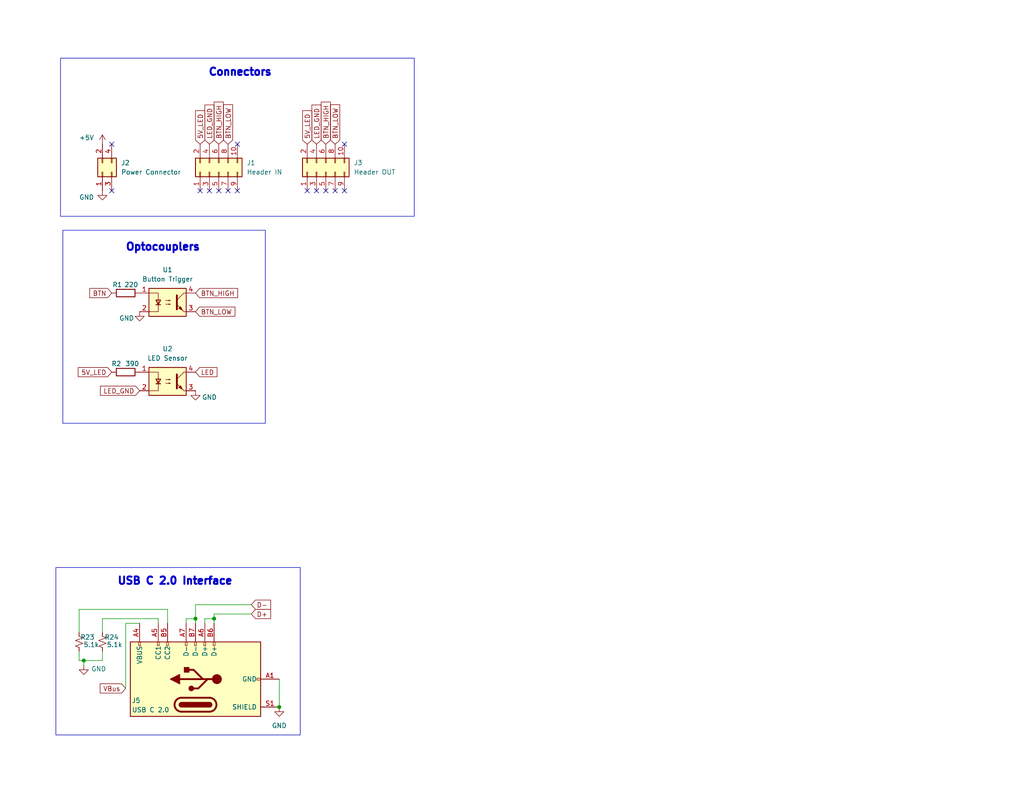
<source format=kicad_sch>
(kicad_sch (version 20250114) (generator "eeschema") (generator_version "9.0")
  (paper "A")
  (title_block (title "ESP8266 PC Remote Boot Board") (date "2025-12-15") (company "Jacob Wigent"))
  (lib_symbols
    (symbol "Connector:USB_C_Receptacle_USB2.0_14P" (pin_names (offset 1.016))
      (property "Reference" "J" (at 0 22.225 0))
      (property "Value" "USB_C_Receptacle_USB2.0_14P" (at 0 19.685 0))
      (symbol "USB_C_Receptacle_USB2.0_14P_0_0"
        (rectangle (start -0.254 -17.78) (end 0.254 -16.764))
        (rectangle (start 10.16 15.494) (end 9.144 14.986))
        (rectangle (start 10.16 10.414) (end 9.144 9.906))
        (rectangle (start 10.16 7.874) (end 9.144 7.366))
        (rectangle (start 10.16 2.794) (end 9.144 2.286))
        (rectangle (start 10.16 0.254) (end 9.144 -0.254))
        (rectangle (start 10.16 -2.286) (end 9.144 -2.794))
        (rectangle (start 10.16 -4.826) (end 9.144 -5.334))
      )
      (symbol "USB_C_Receptacle_USB2.0_14P_0_1"
        (rectangle (start -10.16 17.78) (end 10.16 -17.78) (stroke (width 0.254)) (fill (type background)))
        (polyline (pts (xy -8.89 -3.81) (xy -8.89 3.81)) (stroke (width 0.508)))
        (rectangle (start -7.62 -3.81) (end -6.35 3.81) (stroke (width 0.254)) (fill (type outline)))
        (arc (start -7.62 3.81) (mid -6.985 4.4423) (end -6.35 3.81) (stroke (width 0.254)))
        (arc (start -7.62 3.81) (mid -6.985 4.4423) (end -6.35 3.81) (stroke (width 0.254)) (fill (type outline)))
        (arc (start -8.89 3.81) (mid -6.985 5.7067) (end -5.08 3.81) (stroke (width 0.508)))
        (arc (start -5.08 -3.81) (mid -6.985 -5.7067) (end -8.89 -3.81) (stroke (width 0.508)))
        (arc (start -6.35 -3.81) (mid -6.985 -4.4423) (end -7.62 -3.81) (stroke (width 0.254)))
        (arc (start -6.35 -3.81) (mid -6.985 -4.4423) (end -7.62 -3.81) (stroke (width 0.254)) (fill (type outline)))
        (polyline (pts (xy -5.08 3.81) (xy -5.08 -3.81)) (stroke (width 0.508)))
        (circle (center -2.54 1.143) (radius 0.635) (stroke (width 0.254)) (fill (type outline)))
        (polyline (pts (xy -1.27 4.318) (xy 0 6.858) (xy 1.27 4.318) (xy -1.27 4.318)) (stroke (width 0.254)) (fill (type outline)))
        (polyline (pts (xy 0 -2.032) (xy 2.54 0.508) (xy 2.54 1.778)) (stroke (width 0.508)))
        (polyline (pts (xy 0 -3.302) (xy -2.54 -0.762) (xy -2.54 0.508)) (stroke (width 0.508)))
        (polyline (pts (xy 0 -5.842) (xy 0 4.318)) (stroke (width 0.508)))
        (circle (center 0 -5.842) (radius 1.27) (fill (type outline)))
        (rectangle (start 1.905 1.778) (end 3.175 3.048) (stroke (width 0.254)) (fill (type outline)))
      )
      (symbol "USB_C_Receptacle_USB2.0_14P_1_1"
        (pin passive line (at -7.62 -22.86 90) (length 5.08) (name "SHIELD") (number "S1"))
        (pin passive line (at 0 -22.86 90) (length 5.08) (name "GND") (number "A1"))
        (pin passive line (at 0 -22.86 90) (length 5.08) (hide yes) (name "GND") (number "A12"))
        (pin passive line (at 0 -22.86 90) (length 5.08) (hide yes) (name "GND") (number "B1"))
        (pin passive line (at 0 -22.86 90) (length 5.08) (hide yes) (name "GND") (number "B12"))
        (pin passive line (at 15.24 15.24 180) (length 5.08) (name "VBUS") (number "A4"))
        (pin passive line (at 15.24 15.24 180) (length 5.08) (hide yes) (name "VBUS") (number "A9"))
        (pin passive line (at 15.24 15.24 180) (length 5.08) (hide yes) (name "VBUS") (number "B4"))
        (pin passive line (at 15.24 15.24 180) (length 5.08) (hide yes) (name "VBUS") (number "B9"))
        (pin bidirectional line (at 15.24 10.16 180) (length 5.08) (name "CC1") (number "A5"))
        (pin bidirectional line (at 15.24 7.62 180) (length 5.08) (name "CC2") (number "B5"))
        (pin bidirectional line (at 15.24 2.54 180) (length 5.08) (name "D-") (number "A7"))
        (pin bidirectional line (at 15.24 0 180) (length 5.08) (name "D-") (number "B7"))
        (pin bidirectional line (at 15.24 -2.54 180) (length 5.08) (name "D+") (number "A6"))
        (pin bidirectional line (at 15.24 -5.08 180) (length 5.08) (name "D+") (number "B6"))
      )
    )
    (symbol "Connector_Generic:Conn_02x02_Odd_Even" (pin_names (offset 1.016) (hide yes))
      (property "Reference" "J" (at 1.27 2.54 0))
      (property "Value" "Conn_02x02_Odd_Even" (at 1.27 -5.08 0))
      (symbol "Conn_02x02_Odd_Even_1_1"
        (rectangle (start -1.27 1.27) (end 3.81 -3.81) (stroke (width 0.254)) (fill (type background)))
        (rectangle (start -1.27 0.127) (end 0 -0.127) (stroke (width 0.1524)))
        (rectangle (start -1.27 -2.413) (end 0 -2.667) (stroke (width 0.1524)))
        (rectangle (start 3.81 0.127) (end 2.54 -0.127) (stroke (width 0.1524)))
        (rectangle (start 3.81 -2.413) (end 2.54 -2.667) (stroke (width 0.1524)))
        (pin passive line (at -5.08 0 0) (length 3.81) (name "Pin_1") (number "1"))
        (pin passive line (at -5.08 -2.54 0) (length 3.81) (name "Pin_3") (number "3"))
        (pin passive line (at 7.62 0 180) (length 3.81) (name "Pin_2") (number "2"))
        (pin passive line (at 7.62 -2.54 180) (length 3.81) (name "Pin_4") (number "4"))
      )
    )
    (symbol "Connector_Generic:Conn_02x05_Odd_Even" (pin_names (offset 1.016) (hide yes))
      (property "Reference" "J" (at 1.27 7.62 0))
      (property "Value" "Conn_02x05_Odd_Even" (at 1.27 -7.62 0))
      (symbol "Conn_02x05_Odd_Even_1_1"
        (rectangle (start -1.27 6.35) (end 3.81 -6.35) (stroke (width 0.254)) (fill (type background)))
        (rectangle (start -1.27 5.207) (end 0 4.953) (stroke (width 0.1524)))
        (rectangle (start -1.27 2.667) (end 0 2.413) (stroke (width 0.1524)))
        (rectangle (start -1.27 0.127) (end 0 -0.127) (stroke (width 0.1524)))
        (rectangle (start -1.27 -2.413) (end 0 -2.667) (stroke (width 0.1524)))
        (rectangle (start -1.27 -4.953) (end 0 -5.207) (stroke (width 0.1524)))
        (rectangle (start 3.81 5.207) (end 2.54 4.953) (stroke (width 0.1524)))
        (rectangle (start 3.81 2.667) (end 2.54 2.413) (stroke (width 0.1524)))
        (rectangle (start 3.81 0.127) (end 2.54 -0.127) (stroke (width 0.1524)))
        (rectangle (start 3.81 -2.413) (end 2.54 -2.667) (stroke (width 0.1524)))
        (rectangle (start 3.81 -4.953) (end 2.54 -5.207) (stroke (width 0.1524)))
        (pin passive line (at -5.08 5.08 0) (length 3.81) (name "Pin_1") (number "1"))
        (pin passive line (at -5.08 2.54 0) (length 3.81) (name "Pin_3") (number "3"))
        (pin passive line (at -5.08 0 0) (length 3.81) (name "Pin_5") (number "5"))
        (pin passive line (at -5.08 -2.54 0) (length 3.81) (name "Pin_7") (number "7"))
        (pin passive line (at -5.08 -5.08 0) (length 3.81) (name "Pin_9") (number "9"))
        (pin passive line (at 7.62 5.08 180) (length 3.81) (name "Pin_2") (number "2"))
        (pin passive line (at 7.62 2.54 180) (length 3.81) (name "Pin_4") (number "4"))
        (pin passive line (at 7.62 0 180) (length 3.81) (name "Pin_6") (number "6"))
        (pin passive line (at 7.62 -2.54 180) (length 3.81) (name "Pin_8") (number "8"))
        (pin passive line (at 7.62 -5.08 180) (length 3.81) (name "Pin_10") (number "10"))
      )
    )
    (symbol "Device:R" (pin_numbers (hide yes)) (pin_names (offset 0))
      (property "Reference" "R" (at 2.032 0 90))
      (property "Value" "R" (at 0 0 90))
      (symbol "R_0_1"
        (rectangle (start -1.016 -2.54) (end 1.016 2.54) (stroke (width 0.254)))
      )
      (symbol "R_1_1"
        (pin passive line (at 0 3.81 270) (length 1.27) (name "~") (number "1"))
        (pin passive line (at 0 -3.81 90) (length 1.27) (name "~") (number "2"))
      )
    )
    (symbol "Device:R_Small_US" (pin_numbers (hide yes)) (pin_names (offset 0.254) (hide yes))
      (property "Reference" "R" (at 0.762 0.508 0))
      (property "Value" "R_Small_US" (at 0.762 -1.016 0))
      (symbol "R_Small_US_1_1"
        (polyline (pts (xy 0 1.524) (xy 1.016 1.143) (xy 0 0.762) (xy -1.016 0.381) (xy 0 0)))
        (polyline (pts (xy 0 0) (xy 1.016 -0.381) (xy 0 -0.762) (xy -1.016 -1.143) (xy 0 -1.524)))
        (pin passive line (at 0 2.54 270) (length 1.016) (name "~") (number "1"))
        (pin passive line (at 0 -2.54 90) (length 1.016) (name "~") (number "2"))
      )
    )
    (symbol "Isolator:PC817" (pin_names (offset 1.016))
      (property "Reference" "U" (at -5.08 5.08 0))
      (property "Value" "PC817" (at 0 5.08 0))
      (symbol "PC817_0_1"
        (rectangle (start -5.08 3.81) (end 5.08 -3.81) (stroke (width 0.254)) (fill (type background)))
        (polyline (pts (xy -5.08 2.54) (xy -2.54 2.54) (xy -2.54 -0.635)))
        (polyline (pts (xy -3.175 -0.635) (xy -1.905 -0.635)) (stroke (width 0.254)))
        (polyline (pts (xy -2.54 -0.635) (xy -2.54 -2.54) (xy -5.08 -2.54)))
        (polyline (pts (xy -2.54 -0.635) (xy -3.175 0.635) (xy -1.905 0.635) (xy -2.54 -0.635)) (stroke (width 0.254)))
        (polyline (pts (xy -0.508 0.508) (xy 0.762 0.508) (xy 0.381 0.381) (xy 0.381 0.635) (xy 0.762 0.508)))
        (polyline (pts (xy -0.508 -0.508) (xy 0.762 -0.508) (xy 0.381 -0.635) (xy 0.381 -0.381) (xy 0.762 -0.508)))
        (polyline (pts (xy 2.54 1.905) (xy 2.54 -1.905)) (stroke (width 0.508)))
        (polyline (pts (xy 2.54 0.635) (xy 4.445 2.54)))
        (polyline (pts (xy 3.048 -1.651) (xy 3.556 -1.143) (xy 4.064 -2.159) (xy 3.048 -1.651)) (fill (type outline)))
        (polyline (pts (xy 4.445 2.54) (xy 5.08 2.54)))
        (polyline (pts (xy 4.445 -2.54) (xy 2.54 -0.635)) (fill (type outline)))
        (polyline (pts (xy 4.445 -2.54) (xy 5.08 -2.54)))
      )
      (symbol "PC817_1_1"
        (pin passive line (at -7.62 2.54 0) (length 2.54) (name "~") (number "1"))
        (pin passive line (at -7.62 -2.54 0) (length 2.54) (name "~") (number "2"))
        (pin passive line (at 7.62 2.54 180) (length 2.54) (name "~") (number "4"))
        (pin passive line (at 7.62 -2.54 180) (length 2.54) (name "~") (number "3"))
      )
    )
    (symbol "power:+5V" (power) (pin_numbers (hide yes)) (pin_names (offset 0) (hide yes))
      (property "Value" "+5V" (at 0 3.556 0))
      (symbol "+5V_0_1"
        (polyline (pts (xy -0.762 1.27) (xy 0 2.54)))
        (polyline (pts (xy 0 2.54) (xy 0.762 1.27)))
        (polyline (pts (xy 0 0) (xy 0 2.54)))
      )
      (symbol "+5V_1_1"
        (pin power_in line (at 0 0 90) (length 0) (name "~") (number "1"))
      )
    )
    (symbol "power:GND" (power) (pin_numbers (hide yes)) (pin_names (offset 0) (hide yes))
      (property "Value" "GND" (at 0 -3.81 0))
      (symbol "GND_0_1"
        (polyline (pts (xy 0 0) (xy 0 -1.27) (xy 1.27 -1.27) (xy 0 -2.54) (xy -1.27 -1.27) (xy 0 -1.27)))
      )
      (symbol "GND_1_1"
        (pin power_in line (at 0 0 270) (length 0) (name "~") (number "1"))
      )
    )
  )
  (rectangle (start 16.51 15.875) (end 113.03 59.055))
  (rectangle (start 17.145 62.865) (end 72.39 115.57))
  (rectangle (start 15.24 154.94) (end 81.915 200.66))
  (text "Connectors" (at 65.532 19.812 0) (effects (font (size 2.032 2.032) (thickness 0.6096) (bold yes))))
  (text "USB C 2.0 Interface" (at 47.752 158.75 0) (effects (font (size 2.032 2.032) (thickness 0.6096) (bold yes))))
  (text "Optocouplers" (at 44.45 67.564 0) (effects (font (size 2.032 2.032) (thickness 0.6096) (bold yes))))
  (junction (at 58.42 168.91))
  (junction (at 53.34 168.91))
  (junction (at 76.2 193.04))
  (junction (at 22.86 180.34))
  (no_connect (at 93.98 39.37))
  (no_connect (at 93.98 52.07))
  (no_connect (at 88.9 52.07))
  (no_connect (at 86.36 52.07))
  (no_connect (at 64.77 39.37))
  (no_connect (at 54.61 52.07))
  (no_connect (at 30.48 52.07))
  (no_connect (at 64.77 52.07))
  (no_connect (at 30.48 39.37))
  (no_connect (at 83.82 52.07))
  (no_connect (at 91.44 52.07))
  (no_connect (at 62.23 52.07))
  (no_connect (at 59.69 52.07))
  (no_connect (at 57.15 52.07))
  (wire (pts (xy 50.8 170.18) (xy 50.8 168.91)))
  (wire (pts (xy 43.18 170.18) (xy 43.18 168.91)))
  (wire (pts (xy 55.88 170.18) (xy 55.88 168.91)))
  (wire (pts (xy 50.8 168.91) (xy 53.34 168.91)))
  (wire (pts (xy 43.18 168.91) (xy 27.94 168.91)))
  (wire (pts (xy 45.72 170.18) (xy 45.72 166.37)))
  (wire (pts (xy 58.42 168.91) (xy 58.42 170.18)))
  (wire (pts (xy 22.86 180.34) (xy 27.94 180.34)))
  (wire (pts (xy 53.34 168.91) (xy 53.34 170.18)))
  (wire (pts (xy 27.94 168.91) (xy 27.94 172.72)))
  (wire (pts (xy 58.42 167.64) (xy 68.58 167.64)))
  (wire (pts (xy 21.59 180.34) (xy 22.86 180.34)))
  (wire (pts (xy 58.42 168.91) (xy 58.42 167.64)))
  (wire (pts (xy 34.29 187.96) (xy 34.29 170.18)))
  (wire (pts (xy 76.2 185.42) (xy 76.2 193.04)))
  (wire (pts (xy 21.59 166.37) (xy 45.72 166.37)))
  (wire (pts (xy 53.34 168.91) (xy 53.34 165.1)))
  (wire (pts (xy 53.34 165.1) (xy 68.58 165.1)))
  (wire (pts (xy 38.1 170.18) (xy 34.29 170.18)))
  (wire (pts (xy 27.94 177.8) (xy 27.94 180.34)))
  (wire (pts (xy 21.59 172.72) (xy 21.59 166.37)))
  (wire (pts (xy 22.86 180.34) (xy 22.86 181.61)))
  (wire (pts (xy 55.88 168.91) (xy 58.42 168.91)))
  (wire (pts (xy 21.59 177.8) (xy 21.59 180.34)))
  (global_label "LED_GND" (shape input) (at 57.15 39.37 90) (property "Intersheetrefs" "${INTERSHEET_REFS}" (effects (hide yes))))
  (global_label "BTN_LOW" (shape input) (at 91.44 39.37 90) (property "Intersheetrefs" "${INTERSHEET_REFS}" (effects (hide yes))))
  (global_label "BTN" (shape input) (at 30.48 80.01 180) (property "Intersheetrefs" "${INTERSHEET_REFS}" (effects (hide yes))))
  (global_label "VBus" (shape input) (at 34.29 187.96 180) (property "Intersheetrefs" "${INTERSHEET_REFS}" (effects (hide yes))))
  (global_label "5V_LED" (shape input) (at 30.48 101.6 180) (property "Intersheetrefs" "${INTERSHEET_REFS}" (effects (hide yes))))
  (global_label "BTN_HIGH" (shape input) (at 88.9 39.37 90) (property "Intersheetrefs" "${INTERSHEET_REFS}" (effects (hide yes))))
  (global_label "LED_GND" (shape input) (at 86.36 39.37 90) (property "Intersheetrefs" "${INTERSHEET_REFS}" (effects (hide yes))))
  (global_label "D-" (shape input) (at 68.58 165.1 0) (property "Intersheetrefs" "${INTERSHEET_REFS}" (effects (hide yes))))
  (global_label "BTN_LOW" (shape input) (at 62.23 39.37 90) (property "Intersheetrefs" "${INTERSHEET_REFS}" (effects (hide yes))))
  (global_label "BTN_LOW" (shape input) (at 53.34 85.09 0) (property "Intersheetrefs" "${INTERSHEET_REFS}" (effects (hide yes))))
  (global_label "BTN_HIGH" (shape input) (at 59.69 39.37 90) (property "Intersheetrefs" "${INTERSHEET_REFS}" (effects (hide yes))))
  (global_label "BTN_HIGH" (shape input) (at 53.34 80.01 0) (property "Intersheetrefs" "${INTERSHEET_REFS}" (effects (hide yes))))
  (global_label "5V_LED" (shape input) (at 83.82 39.37 90) (property "Intersheetrefs" "${INTERSHEET_REFS}" (effects (hide yes))))
  (global_label "5V_LED" (shape input) (at 54.61 39.37 90) (property "Intersheetrefs" "${INTERSHEET_REFS}" (effects (hide yes))))
  (global_label "LED_GND" (shape input) (at 38.1 106.68 180) (property "Intersheetrefs" "${INTERSHEET_REFS}" (effects (hide yes))))
  (global_label "LED" (shape input) (at 53.34 101.6 0) (property "Intersheetrefs" "${INTERSHEET_REFS}" (effects (hide yes))))
  (global_label "D+" (shape input) (at 68.58 167.64 0) (property "Intersheetrefs" "${INTERSHEET_REFS}" (effects (hide yes))))
  (symbol (lib_id "Isolator:PC817") (at 45.72 104.14 0) (unit 1)
    (property "Reference" "U2" (at 45.72 95.25 0))
    (property "Value" "LED Sensor" (at 45.72 97.79 0))
    (property "Footprint" "Package_DIP:DIP-4_W7.62mm" (effects (hide yes)))
    (property "Datasheet" "http://www.soselectronic.cz/a_info/resource/d/pc817.pdf" (effects (hide yes)))
    (property "Description" "DC Optocoupler, Vce 35V, CTR 50-300%, DIP-4" (effects (hide yes)))
  )
  (symbol (lib_id "Connector:USB_C_Receptacle_USB2.0_14P") (at 53.34 185.42 90) (unit 1)
    (property "Reference" "J5" (at 38.354 191.262 90) (effects (justify left)))
    (property "Value" "USB C 2.0" (at 46.228 193.802 90) (effects (justify left)))
    (property "Footprint" "Connector_USB:USB_C_Receptacle_G-Switch_GT-USB-7010ASV" (effects (hide yes)))
    (property "Datasheet" "https://www.usb.org/sites/default/files/documents/usb_type-c.zip" (effects (hide yes)))
    (property "Description" "USB 2.0-only 14P Type-C Receptacle connector" (effects (hide yes)))
  )
  (symbol (lib_id "Device:R") (at 34.29 80.01 90) (unit 1)
    (property "Reference" "R1" (at 32.004 77.724 90))
    (property "Value" "220" (at 35.814 77.724 90))
    (property "Description" "Resistor" (effects (hide yes)))
  )
  (symbol (lib_id "Connector_Generic:Conn_02x05_Odd_Even") (at 88.9 46.99 90) (unit 1)
    (property "Reference" "J3" (at 96.52 44.4499 90) (effects (justify right)))
    (property "Value" "Header OUT" (at 96.52 46.9899 90) (effects (justify right)))
    (property "Footprint" "Connector_PinHeader_2.54mm:PinHeader_2x05_P2.54mm_Horizontal" (effects (hide yes)))
    (property "Description" "Generic connector, double row, 02x05, odd/even pin numbering scheme (row 1 odd numbers, row 2 even numbers), script generated (kicad-library-utils/schlib/autogen/connector/)" (effects (hide yes)))
  )
  (symbol (lib_id "power:GND") (at 53.34 106.68 0) (unit 1)
    (property "Reference" "#PWR03" (effects (hide yes)))
    (property "Value" "GND" (at 57.15 108.458 0))
    (property "Description" "Power symbol creates a global label with name \"GND\" , ground" (effects (hide yes)))
  )
  (symbol (lib_id "power:GND") (at 27.94 52.07 0) (unit 1)
    (property "Reference" "#PWR02" (effects (hide yes)))
    (property "Value" "GND" (at 23.622 53.848 0))
    (property "Description" "Power symbol creates a global label with name \"GND\" , ground" (effects (hide yes)))
  )
  (symbol (lib_id "power:+5V") (at 27.94 39.37 0) (unit 1)
    (property "Reference" "#PWR01" (effects (hide yes)))
    (property "Value" "+5V" (at 23.622 37.592 0))
    (property "Description" "Power symbol creates a global label with name \"+5V\"" (effects (hide yes)))
  )
  (symbol (lib_id "Connector_Generic:Conn_02x02_Odd_Even") (at 27.94 46.99 90) (unit 1)
    (property "Reference" "J2" (at 33.02 44.4499 90) (effects (justify right)))
    (property "Value" "Power Connector" (at 33.02 46.9899 90) (effects (justify right)))
    (property "Footprint" "Connector_PinHeader_2.54mm:PinHeader_2x02_P2.54mm_Horizontal" (effects (hide yes)))
    (property "Description" "Generic connector, double row, 02x02, odd/even pin numbering scheme (row 1 odd numbers, row 2 even numbers), script generated (kicad-library-utils/schlib/autogen/connector/)" (effects (hide yes)))
  )
  (symbol (lib_id "power:GND") (at 22.86 181.61 0) (unit 1)
    (property "Reference" "#PWR048" (effects (hide yes)))
    (property "Value" "GND" (at 26.924 182.626 0))
    (property "Description" "Power symbol creates a global label with name \"GND\" , ground" (effects (hide yes)))
  )
  (symbol (lib_id "power:GND") (at 38.1 85.09 0) (unit 1)
    (property "Reference" "#PWR04" (effects (hide yes)))
    (property "Value" "GND" (at 34.544 86.868 0))
    (property "Description" "Power symbol creates a global label with name \"GND\" , ground" (effects (hide yes)))
  )
  (symbol (lib_id "Device:R") (at 34.29 101.6 90) (unit 1)
    (property "Reference" "R2" (at 31.75 99.314 90))
    (property "Value" "390" (at 36.068 99.314 90))
    (property "Description" "Resistor" (effects (hide yes)))
  )
  (symbol (lib_id "Device:R_Small_US") (at 21.59 175.26 180) (unit 1)
    (property "Reference" "R23" (at 23.876 173.99 0))
    (property "Value" "5.1k" (at 24.892 176.022 0))
    (property "Footprint" "Resistor_SMD:R_0805_2012Metric_Pad1.20x1.40mm_HandSolder" (effects (hide yes)))
    (property "Description" "Resistor, small US symbol" (effects (hide yes)))
  )
  (symbol (lib_id "Connector_Generic:Conn_02x05_Odd_Even") (at 59.69 46.99 90) (unit 1)
    (property "Reference" "J1" (at 67.31 44.4499 90) (effects (justify right)))
    (property "Value" "Header IN" (at 67.31 46.9899 90) (effects (justify right)))
    (property "Footprint" "Connector_PinHeader_2.54mm:PinHeader_2x05_P2.54mm_Horizontal" (effects (hide yes)))
    (property "Description" "Generic connector, double row, 02x05, odd/even pin numbering scheme (row 1 odd numbers, row 2 even numbers), script generated (kicad-library-utils/schlib/autogen/connector/)" (effects (hide yes)))
  )
  (symbol (lib_id "Device:R_Small_US") (at 27.94 175.26 180) (unit 1)
    (property "Reference" "R24" (at 30.48 173.99 0))
    (property "Value" "5.1k" (at 31.242 176.022 0))
    (property "Footprint" "Resistor_SMD:R_0805_2012Metric_Pad1.20x1.40mm_HandSolder" (effects (hide yes)))
    (property "Description" "Resistor, small US symbol" (effects (hide yes)))
  )
  (symbol (lib_id "Isolator:PC817") (at 45.72 82.55 0) (unit 1)
    (property "Reference" "U1" (at 45.72 73.66 0))
    (property "Value" "Button Trigger" (at 45.72 76.2 0))
    (property "Footprint" "Package_DIP:DIP-4_W7.62mm" (effects (hide yes)))
    (property "Datasheet" "http://www.soselectronic.cz/a_info/resource/d/pc817.pdf" (effects (hide yes)))
    (property "Description" "DC Optocoupler, Vce 35V, CTR 50-300%, DIP-4" (effects (hide yes)))
  )
  (symbol (lib_id "power:GND") (at 76.2 193.04 0) (unit 1)
    (property "Reference" "#PWR052" (effects (hide yes)))
    (property "Value" "GND" (at 76.2 198.12 0))
    (property "Description" "Power symbol creates a global label with name \"GND\" , ground" (effects (hide yes)))
  )
)
</source>
